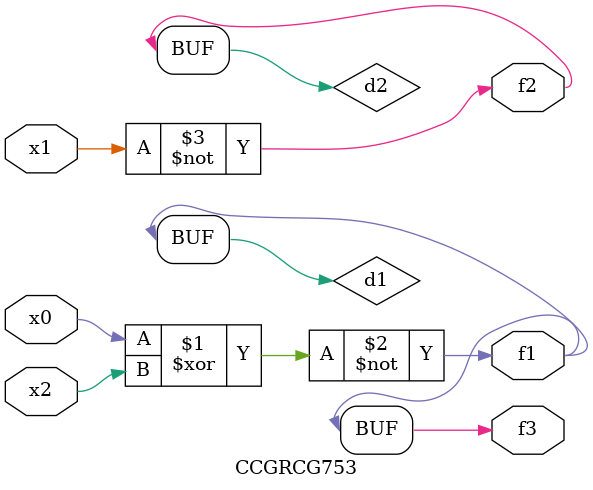
<source format=v>
module CCGRCG753(
	input x0, x1, x2,
	output f1, f2, f3
);

	wire d1, d2, d3;

	xnor (d1, x0, x2);
	nand (d2, x1);
	nor (d3, x1, x2);
	assign f1 = d1;
	assign f2 = d2;
	assign f3 = d1;
endmodule

</source>
